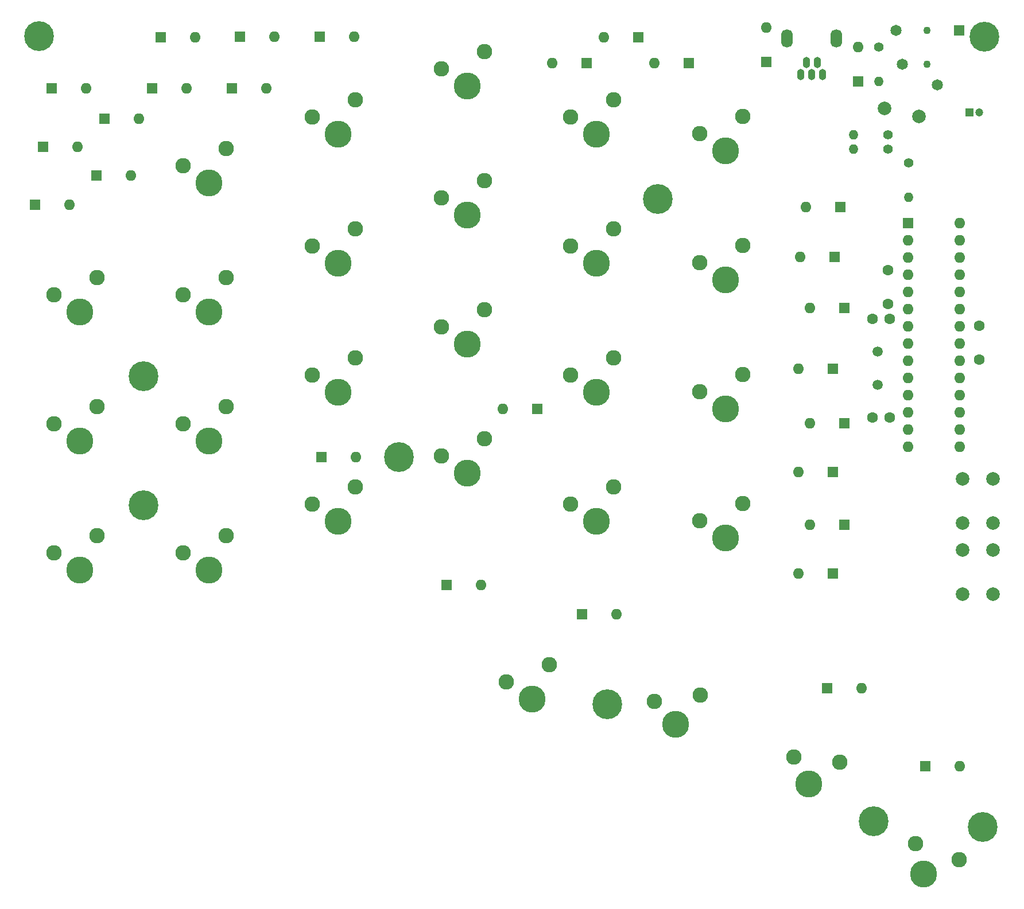
<source format=gbr>
%TF.GenerationSoftware,KiCad,Pcbnew,(6.0.5)*%
%TF.CreationDate,2022-07-25T14:01:39-03:00*%
%TF.ProjectId,bluejay_left,626c7565-6a61-4795-9f6c-6566742e6b69,rev?*%
%TF.SameCoordinates,Original*%
%TF.FileFunction,Soldermask,Bot*%
%TF.FilePolarity,Negative*%
%FSLAX46Y46*%
G04 Gerber Fmt 4.6, Leading zero omitted, Abs format (unit mm)*
G04 Created by KiCad (PCBNEW (6.0.5)) date 2022-07-25 14:01:39*
%MOMM*%
%LPD*%
G01*
G04 APERTURE LIST*
%ADD10C,1.600000*%
%ADD11R,1.600000X1.600000*%
%ADD12O,1.600000X1.600000*%
%ADD13C,1.500000*%
%ADD14C,3.987800*%
%ADD15C,2.286000*%
%ADD16C,4.400000*%
%ADD17C,1.400000*%
%ADD18O,1.400000X1.400000*%
%ADD19O,1.100000X1.650000*%
%ADD20O,1.700000X2.700000*%
%ADD21C,2.000000*%
%ADD22C,1.100000*%
%ADD23R,1.650000X1.650000*%
%ADD24C,1.650000*%
%ADD25R,1.200000X1.200000*%
%ADD26C,1.200000*%
%ADD27C,2.010000*%
G04 APERTURE END LIST*
D10*
%TO.C,C2*%
X40731200Y-3656300D03*
X43231200Y-3656300D03*
%TD*%
D11*
%TO.C,Dc5*%
X-2130000Y-32700000D03*
D12*
X2950000Y-32700000D03*
%TD*%
D13*
%TO.C,Y1*%
X41481200Y1143700D03*
X41481200Y6023700D03*
%TD*%
D14*
%TO.C,SWa3*%
X19050000Y-2381300D03*
D15*
X21590000Y2698700D03*
X15240000Y158700D03*
%TD*%
D14*
%TO.C,SWa5*%
X48201200Y-71056300D03*
D15*
X53487971Y-68980716D03*
X47069410Y-66619325D03*
%TD*%
D11*
%TO.C,Da1*%
X35930000Y27400000D03*
D12*
X30850000Y27400000D03*
%TD*%
D14*
%TO.C,SWf2*%
X-76200000Y11906300D03*
D15*
X-73660000Y16986300D03*
X-80010000Y14446300D03*
%TD*%
D14*
%TO.C,SWc2*%
X-19050000Y26193800D03*
D15*
X-16510000Y31273800D03*
X-22860000Y28733800D03*
%TD*%
D14*
%TO.C,SWd1*%
X-38100000Y38100000D03*
D15*
X-35560000Y43180000D03*
X-41910000Y40640000D03*
%TD*%
D14*
%TO.C,SWc3*%
X-19050000Y7143800D03*
D15*
X-16510000Y12223800D03*
X-22860000Y9683800D03*
%TD*%
D11*
%TO.C,DZ2*%
X38580000Y45960000D03*
D12*
X38580000Y51040000D03*
%TD*%
D11*
%TO.C,De2*%
X-65530000Y44950000D03*
D12*
X-60450000Y44950000D03*
%TD*%
D14*
%TO.C,SWe3*%
X-57150000Y-7143800D03*
D15*
X-54610000Y-2063800D03*
X-60960000Y-4603800D03*
%TD*%
D11*
%TO.C,U1*%
X45931200Y25037500D03*
D12*
X45931200Y22497500D03*
X45931200Y19957500D03*
X45931200Y17417500D03*
X45931200Y14877500D03*
X45931200Y12337500D03*
X45931200Y9797500D03*
X45931200Y7257500D03*
X45931200Y4717500D03*
X45931200Y2177500D03*
X45931200Y-362500D03*
X45931200Y-2902500D03*
X45931200Y-5442500D03*
X45931200Y-7982500D03*
X53551200Y-7982500D03*
X53551200Y-5442500D03*
X53551200Y-2902500D03*
X53551200Y-362500D03*
X53551200Y2177500D03*
X53551200Y4717500D03*
X53551200Y7257500D03*
X53551200Y9797500D03*
X53551200Y12337500D03*
X53551200Y14877500D03*
X53551200Y17417500D03*
X53551200Y19957500D03*
X53551200Y22497500D03*
X53551200Y25037500D03*
%TD*%
D11*
%TO.C,Da4*%
X36567500Y-19500000D03*
D12*
X31487500Y-19500000D03*
%TD*%
D11*
%TO.C,De1*%
X-64317500Y52450000D03*
D12*
X-59237500Y52450000D03*
%TD*%
D14*
%TO.C,SWc4*%
X-19050000Y-11906300D03*
D15*
X-16510000Y-6826300D03*
X-22860000Y-9366300D03*
%TD*%
D14*
%TO.C,SWe2*%
X-57150000Y11906300D03*
D15*
X-54610000Y16986300D03*
X-60960000Y14446300D03*
%TD*%
D11*
%TO.C,Da3*%
X36586300Y-4500000D03*
D12*
X31506300Y-4500000D03*
%TD*%
D14*
%TO.C,SWd5*%
X-9525000Y-45243800D03*
D15*
X-6985000Y-40163800D03*
X-13335000Y-42703800D03*
%TD*%
D11*
%TO.C,De3*%
X-72580000Y40450000D03*
D12*
X-67500000Y40450000D03*
%TD*%
D16*
%TO.C,H9*%
X56950000Y-64150000D03*
%TD*%
D14*
%TO.C,SWa4*%
X19050000Y-21431300D03*
D15*
X21590000Y-16351300D03*
X15240000Y-18891300D03*
%TD*%
D14*
%TO.C,SWb1*%
X0Y38100000D03*
D15*
X2540000Y43180000D03*
X-3810000Y40640000D03*
%TD*%
D14*
%TO.C,SWb2*%
X0Y19050000D03*
D15*
X2540000Y24130000D03*
X-3810000Y21590000D03*
%TD*%
D11*
%TO.C,De4*%
X-73780000Y32000000D03*
D12*
X-68700000Y32000000D03*
%TD*%
D10*
%TO.C,C4*%
X42981200Y13093700D03*
X42981200Y18093700D03*
%TD*%
D14*
%TO.C,SWa2*%
X19050000Y16668800D03*
D15*
X21590000Y21748800D03*
X15240000Y19208800D03*
%TD*%
D11*
%TO.C,Db2*%
X34836300Y3500000D03*
D12*
X29756300Y3500000D03*
%TD*%
D16*
%TO.C,H8*%
X40900000Y-63300000D03*
%TD*%
D14*
%TO.C,SWf3*%
X-76200000Y-7143800D03*
D15*
X-73660000Y-2063800D03*
X-80010000Y-4603800D03*
%TD*%
D14*
%TO.C,SWd4*%
X-38100000Y-19050000D03*
D15*
X-35560000Y-13970000D03*
X-41910000Y-16510000D03*
%TD*%
D11*
%TO.C,Db4*%
X34817500Y-26750000D03*
D12*
X29737500Y-26750000D03*
%TD*%
D17*
%TO.C,R1*%
X41640000Y50980000D03*
D18*
X41640000Y45900000D03*
%TD*%
D16*
%TO.C,H5*%
X-29150000Y-9550000D03*
%TD*%
D11*
%TO.C,DZ1*%
X25000000Y48782500D03*
D12*
X25000000Y53862500D03*
%TD*%
D14*
%TO.C,SWb4*%
X0Y-19050000D03*
D15*
X2540000Y-13970000D03*
X-3810000Y-16510000D03*
%TD*%
D14*
%TO.C,SWe4*%
X-57150000Y-26193800D03*
D15*
X-54610000Y-21113800D03*
X-60960000Y-23653800D03*
%TD*%
D16*
%TO.C,H1*%
X-82200000Y52600000D03*
%TD*%
D11*
%TO.C,Dd2*%
X-52580000Y52500000D03*
D12*
X-47500000Y52500000D03*
%TD*%
D14*
%TO.C,SWa1*%
X19050000Y35718800D03*
D15*
X21590000Y40798800D03*
X15240000Y38258800D03*
%TD*%
D11*
%TO.C,Dd1*%
X-40830000Y52500000D03*
D12*
X-35750000Y52500000D03*
%TD*%
D11*
%TO.C,Df2*%
X-80380000Y44950000D03*
D12*
X-75300000Y44950000D03*
%TD*%
D16*
%TO.C,H7*%
X1600000Y-46000000D03*
%TD*%
D11*
%TO.C,Dd4*%
X-40580000Y-9500000D03*
D12*
X-35500000Y-9500000D03*
%TD*%
D11*
%TO.C,Db1*%
X35086300Y20000000D03*
D12*
X30006300Y20000000D03*
%TD*%
D16*
%TO.C,H2*%
X57200000Y52500000D03*
%TD*%
D11*
%TO.C,Da2*%
X36586300Y12500000D03*
D12*
X31506300Y12500000D03*
%TD*%
D16*
%TO.C,H3*%
X9000000Y28600000D03*
%TD*%
D11*
%TO.C,Dc4*%
X-8770000Y-2400000D03*
D12*
X-13850000Y-2400000D03*
%TD*%
D11*
%TO.C,Dc2*%
X-1470000Y48600000D03*
D12*
X-6550000Y48600000D03*
%TD*%
D11*
%TO.C,Df3*%
X-81630000Y36250000D03*
D12*
X-76550000Y36250000D03*
%TD*%
D17*
%TO.C,R3*%
X42990000Y38080000D03*
D18*
X37910000Y38080000D03*
%TD*%
D11*
%TO.C,Da5*%
X48470000Y-55200000D03*
D12*
X53550000Y-55200000D03*
%TD*%
D14*
%TO.C,SWb3*%
X0Y0D03*
D15*
X2540000Y5080000D03*
X-3810000Y2540000D03*
%TD*%
D11*
%TO.C,Db3*%
X34836300Y-11750000D03*
D12*
X29756300Y-11750000D03*
%TD*%
D10*
%TO.C,C5*%
X56481200Y4843700D03*
X56481200Y9843700D03*
%TD*%
D19*
%TO.C,USB1*%
X33331200Y46968700D03*
X32531200Y48718700D03*
X31731200Y46968700D03*
X30931200Y48718700D03*
X30131200Y46968700D03*
D20*
X28081200Y52293700D03*
X35381200Y52293700D03*
%TD*%
D14*
%TO.C,SWb5*%
X31271200Y-57826300D03*
D15*
X35898802Y-54533384D03*
X29099627Y-53794926D03*
%TD*%
D16*
%TO.C,H6*%
X-66800000Y-16600000D03*
%TD*%
D11*
%TO.C,Dd5*%
X-22117500Y-28400000D03*
D12*
X-17037500Y-28400000D03*
%TD*%
D16*
%TO.C,H4*%
X-66800000Y2400000D03*
%TD*%
D10*
%TO.C,C1*%
X40731200Y10843700D03*
X43231200Y10843700D03*
%TD*%
D21*
%TO.C,PB2*%
X54000000Y-23250000D03*
X54000000Y-29750000D03*
X58500000Y-29750000D03*
X58500000Y-23250000D03*
%TD*%
D14*
%TO.C,SWc1*%
X-19050000Y45243800D03*
D15*
X-16510000Y50323800D03*
X-22860000Y47783800D03*
%TD*%
D11*
%TO.C,Dd3*%
X-53780000Y44950000D03*
D12*
X-48700000Y44950000D03*
%TD*%
D21*
%TO.C,PB1*%
X54000000Y-12750000D03*
X54000000Y-19250000D03*
X58500000Y-19250000D03*
X58500000Y-12750000D03*
%TD*%
D14*
%TO.C,SWe1*%
X-57150000Y30956300D03*
D15*
X-54610000Y36036300D03*
X-60960000Y33496300D03*
%TD*%
D11*
%TO.C,Db5*%
X33970000Y-43650000D03*
D12*
X39050000Y-43650000D03*
%TD*%
D11*
%TO.C,Df4*%
X-82817500Y27750000D03*
D12*
X-77737500Y27750000D03*
%TD*%
D11*
%TO.C,Dc1*%
X6180000Y52450000D03*
D12*
X1100000Y52450000D03*
%TD*%
D14*
%TO.C,SWf4*%
X-76200000Y-26193800D03*
D15*
X-73660000Y-21113800D03*
X-80010000Y-23653800D03*
%TD*%
D14*
%TO.C,SWd3*%
X-38100000Y0D03*
D15*
X-35560000Y5080000D03*
X-41910000Y2540000D03*
%TD*%
D22*
%TO.C,J1*%
X48700000Y48500000D03*
X48700000Y53500000D03*
D23*
X53500000Y53500000D03*
D24*
X45100000Y48500000D03*
X50300000Y45400000D03*
X44200000Y53500000D03*
%TD*%
D25*
%TO.C,C3*%
X54981200Y41343700D03*
D26*
X56481200Y41343700D03*
%TD*%
D27*
%TO.C,F1*%
X47531200Y40743700D03*
X42431200Y41943700D03*
%TD*%
D14*
%TO.C,SWc5*%
X11631200Y-49016300D03*
D15*
X15324714Y-44701679D03*
X8548855Y-45630026D03*
%TD*%
D14*
%TO.C,SWd2*%
X-38100000Y19050000D03*
D15*
X-35560000Y24130000D03*
X-41910000Y21590000D03*
%TD*%
D17*
%TO.C,R2*%
X42990000Y35950000D03*
D18*
X37910000Y35950000D03*
%TD*%
D17*
%TO.C,R4*%
X46000000Y33900000D03*
D18*
X46000000Y28820000D03*
%TD*%
D11*
%TO.C,Dc3*%
X13630000Y48600000D03*
D12*
X8550000Y48600000D03*
%TD*%
M02*

</source>
